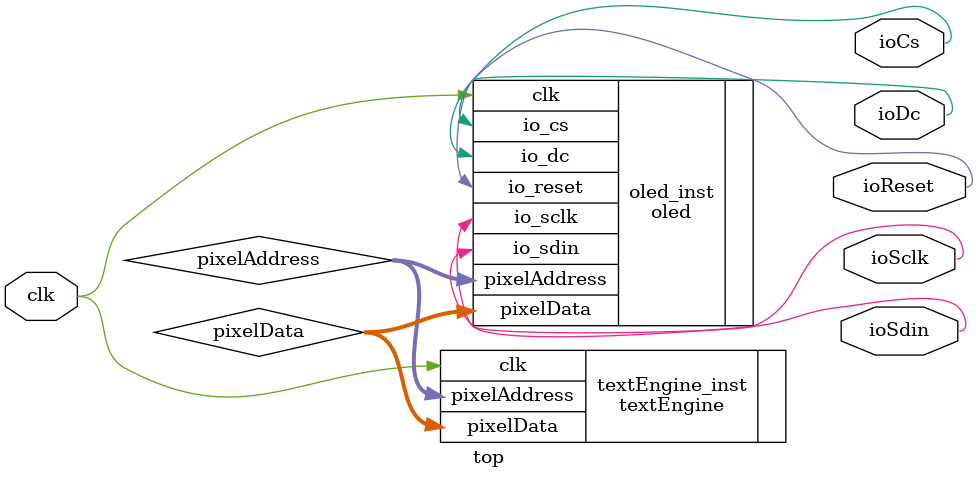
<source format=v>
`default_nettype none

module top (
    input  clk,
    output ioSclk,
    output ioSdin,
    output ioCs,
    output ioDc,
    output ioReset
);

  wire [9:0] pixelAddress;
  wire [7:0] pixelData;

  oled oled_inst (
      .clk(clk),
      .pixelData(pixelData),
      .io_sclk(ioSclk),
      .io_sdin(ioSdin),
      .io_cs(ioCs),
      .io_dc(ioDc),
      .io_reset(ioReset),
      .pixelAddress(pixelAddress)
  );

  textEngine textEngine_inst (
      .clk(clk),
      .pixelAddress(pixelAddress),
      .pixelData(pixelData)
  );

endmodule

</source>
